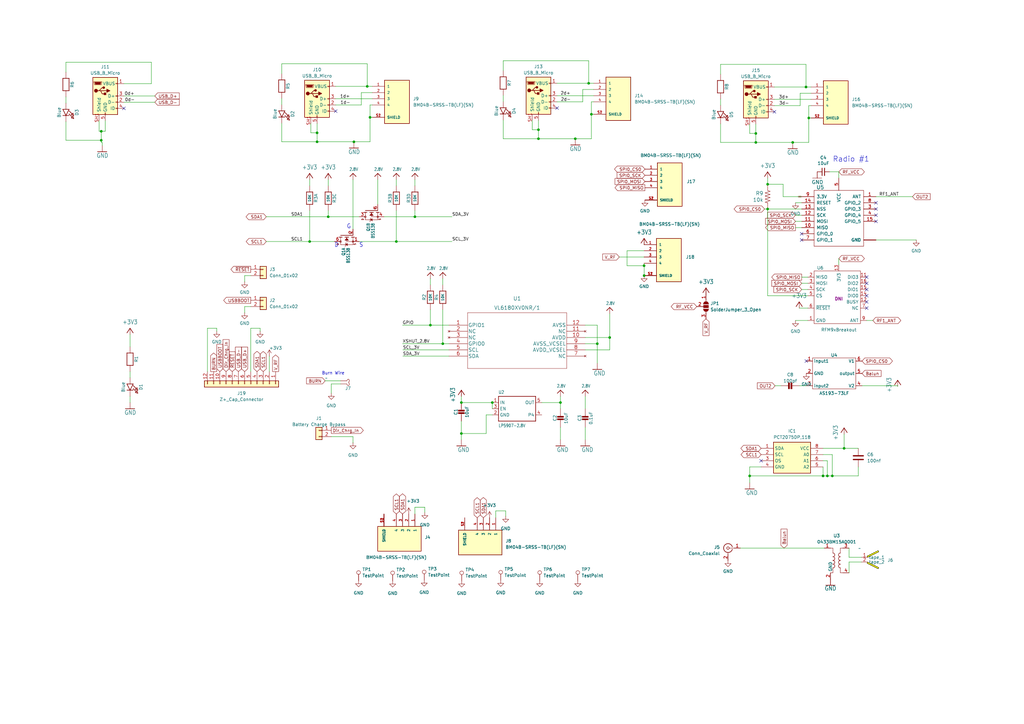
<source format=kicad_sch>
(kicad_sch (version 20231120) (generator "eeschema") (generator_version "8.0")
  (paper "A3")
  (junction (at 325.12 58.42))
  (junction (at 162.56 99.06))
  (junction (at 244.983 140.97))
  (junction (at 337.566 195.199))
  (junction (at 130.048 54.483))
  (junction (at 314.833 85.725))
  (junction (at 241.427 34.163))
  (junction (at 330.581 35.687))
  (junction (at 264.1854 113.03))
  (junction (at 331.724 48.387))
  (junction (at 145.161 58.166))
  (junction (at 220.853 53.213))
  (junction (at 130.048 58.166))
  (junction (at 307.467 195.199))
  (junction (at 229.87 165.1))
  (junction (at 242.57 46.863))
  (junction (at 310.007 54.737))
  (junction (at 189.23 177.8))
  (junction (at 189.23 165.1))
  (junction (at 127 99.06))
  (junction (at 346.202 183.896))
  (junction (at 264.16 108.966))
  (junction (at 314.833 75.565))
  (junction (at 341.376 195.199))
  (junction (at 150.622 35.433))
  (junction (at 170.18 88.9))
  (junction (at 41.529 53.848))
  (junction (at 151.765 48.133))
  (junction (at 41.529 57.531))
  (junction (at 134.62 88.9))
  (junction (at 176.53 133.35))
  (junction (at 339.344 195.199))
  (junction (at 181.61 140.97))
  (junction (at 201.93 165.1))
  (junction (at 220.853 56.896))
  (junction (at 250.063 138.43))
  (junction (at 235.966 56.896))
  (junction (at 310.007 58.42))
  (no_connect (at 317.627 45.847))
  (no_connect (at 359.283 90.805))
  (no_connect (at 359.283 88.265))
  (no_connect (at 355.473 126.365))
  (no_connect (at 355.473 123.825))
  (no_connect (at 355.473 116.205))
  (no_connect (at 355.473 118.745))
  (no_connect (at 328.803 95.885))
  (no_connect (at 359.283 85.725))
  (no_connect (at 355.473 113.665))
  (no_connect (at 355.473 121.285))
  (no_connect (at 328.803 98.425))
  (no_connect (at 312.166 188.976))
  (no_connect (at 359.283 83.185))
  (no_connect (at 50.8 44.45))
  (no_connect (at 330.708 148.082))
  (no_connect (at 228.473 44.323))
  (no_connect (at 137.668 45.593))
  (wire (pts (xy 144.78 179.07) (xy 144.78 181.61)))
  (wire (pts (xy 170.18 76.2) (xy 170.18 73.66)))
  (wire (pts (xy 41.91 59.69) (xy 41.91 58.42)))
  (wire (pts (xy 250.063 138.43) (xy 250.063 128.651)))
  (wire (pts (xy 134.62 76.2) (xy 134.62 73.66)))
  (wire (pts (xy 203.327 212.344) (xy 203.327 209.55)))
  (wire (pts (xy 53.34 162.56) (xy 53.34 165.1)))
  (wire (pts (xy 147.32 99.06) (xy 162.56 99.06)))
  (wire (pts (xy 235.966 56.896) (xy 242.57 56.896)))
  (wire (pts (xy 307.467 195.199) (xy 307.467 197.993)))
  (wire (pts (xy 127 99.06) (xy 109.22 99.06)))
  (wire (pts (xy 243.459 41.783) (xy 242.57 41.783)))
  (wire (pts (xy 27.051 57.531) (xy 41.529 57.531)))
  (wire (pts (xy 295.529 50.8) (xy 295.529 58.42)))
  (wire (pts (xy 151.765 58.166) (xy 151.765 48.133)))
  (wire (pts (xy 139.7 157.48) (xy 135.89 157.48)))
  (wire (pts (xy 303.657 224.79) (xy 338.074 224.79)))
  (wire (pts (xy 130.048 58.166) (xy 145.161 58.166)))
  (wire (pts (xy 240.03 140.97) (xy 244.983 140.97)))
  (wire (pts (xy 88.9 134.62) (xy 88.9 135.89)))
  (wire (pts (xy 162.56 86.36) (xy 162.56 99.06)))
  (wire (pts (xy 310.007 58.42) (xy 325.12 58.42)))
  (wire (pts (xy 352.044 183.896) (xy 346.202 183.896)))
  (wire (pts (xy 176.53 133.35) (xy 184.15 133.35)))
  (wire (pts (xy 353.314 228.6) (xy 348.234 228.6)))
  (wire (pts (xy 162.56 76.2) (xy 162.56 73.66)))
  (wire (pts (xy 41.529 53.848) (xy 41.529 57.531)))
  (wire (pts (xy 314.833 75.565) (xy 314.833 73.025)))
  (wire (pts (xy 344.043 70.485) (xy 344.043 73.025)))
  (wire (pts (xy 148.209 37.973) (xy 152.654 37.973)))
  (wire (pts (xy 330.581 26.416) (xy 330.581 35.687)))
  (wire (pts (xy 134.62 88.9) (xy 109.22 88.9)))
  (wire (pts (xy 43.18 53.848) (xy 41.529 53.848)))
  (wire (pts (xy 240.03 175.26) (xy 240.03 180.34)))
  (wire (pts (xy 147.32 88.9) (xy 134.62 88.9)))
  (wire (pts (xy 307.467 50.927) (xy 307.467 54.737)))
  (wire (pts (xy 254 105.41) (xy 264.16 105.41)))
  (wire (pts (xy 127.508 54.483) (xy 130.048 54.483)))
  (wire (pts (xy 328.168 43.307) (xy 328.168 38.227)))
  (wire (pts (xy 317.627 43.307) (xy 328.168 43.307)))
  (wire (pts (xy 115.57 26.162) (xy 150.622 26.162)))
  (wire (pts (xy 242.57 46.863) (xy 243.459 46.863)))
  (wire (pts (xy 359.283 98.425) (xy 375.793 98.425)))
  (wire (pts (xy 348.234 228.6) (xy 348.234 224.79)))
  (wire (pts (xy 368.173 158.242) (xy 368.173 158.496)))
  (wire (pts (xy 150.622 35.433) (xy 152.654 35.433)))
  (wire (pts (xy 102.87 113.03) (xy 100.33 113.03)))
  (wire (pts (xy 337.566 191.516) (xy 337.566 195.199)))
  (wire (pts (xy 244.983 133.35) (xy 244.983 140.97)))
  (wire (pts (xy 218.313 53.213) (xy 220.853 53.213)))
  (wire (pts (xy 307.467 191.516) (xy 307.467 195.199)))
  (wire (pts (xy 148.209 43.053) (xy 148.209 37.973)))
  (wire (pts (xy 331.343 118.745) (xy 328.803 118.745)))
  (wire (pts (xy 130.048 50.673) (xy 130.048 54.483)))
  (wire (pts (xy 317.627 40.767) (xy 332.613 40.767)))
  (wire (pts (xy 264.1854 108.966) (xy 264.1854 113.03)))
  (wire (pts (xy 137.16 99.06) (xy 127 99.06)))
  (wire (pts (xy 41.529 58.42) (xy 41.529 57.531)))
  (wire (pts (xy 115.57 58.166) (xy 130.048 58.166)))
  (wire (pts (xy 40.64 53.848) (xy 41.529 53.848)))
  (wire (pts (xy 27.051 25.527) (xy 27.051 29.591)))
  (wire (pts (xy 330.581 35.687) (xy 332.613 35.687)))
  (wire (pts (xy 307.467 54.737) (xy 310.007 54.737)))
  (wire (pts (xy 27.051 39.751) (xy 27.051 42.291)))
  (wire (pts (xy 170.18 86.36) (xy 170.18 88.9)))
  (wire (pts (xy 165.227 143.51) (xy 184.15 143.51)))
  (wire (pts (xy 199.39 177.8) (xy 189.23 177.8)))
  (wire (pts (xy 222.25 165.1) (xy 229.87 165.1)))
  (wire (pts (xy 220.853 56.896) (xy 235.966 56.896)))
  (wire (pts (xy 181.61 116.84) (xy 181.61 114.3)))
  (wire (pts (xy 229.87 175.26) (xy 229.87 180.34)))
  (wire (pts (xy 206.375 24.892) (xy 241.427 24.892)))
  (wire (pts (xy 359.283 80.645) (xy 374.269 80.645)))
  (wire (pts (xy 348.234 230.505) (xy 348.234 234.95)))
  (wire (pts (xy 341.376 195.199) (xy 352.044 195.199)))
  (wire (pts (xy 321.183 80.645) (xy 321.183 75.565)))
  (wire (pts (xy 352.044 191.516) (xy 352.044 195.199)))
  (wire (pts (xy 241.427 24.892) (xy 241.427 34.163)))
  (wire (pts (xy 50.8 41.91) (xy 63.5 41.91)))
  (wire (pts (xy 346.202 178.054) (xy 346.202 183.896)))
  (wire (pts (xy 137.668 40.513) (xy 152.654 40.513)))
  (wire (pts (xy 218.313 49.403) (xy 218.313 53.213)))
  (wire (pts (xy 62.103 25.527) (xy 62.103 34.29)))
  (wire (pts (xy 240.03 133.35) (xy 244.983 133.35)))
  (wire (pts (xy 257.175 102.87) (xy 257.175 108.966)))
  (wire (pts (xy 337.566 188.976) (xy 339.344 188.976)))
  (wire (pts (xy 137.668 43.053) (xy 148.209 43.053)))
  (wire (pts (xy 174.244 208.026) (xy 174.244 210.185)))
  (wire (pts (xy 295.529 26.416) (xy 330.581 26.416)))
  (wire (pts (xy 144.78 93.98) (xy 144.78 73.66)))
  (wire (pts (xy 331.724 43.307) (xy 331.724 48.387)))
  (wire (pts (xy 181.61 140.97) (xy 184.15 140.97)))
  (wire (pts (xy 203.327 209.55) (xy 207.391 209.55)))
  (wire (pts (xy 181.61 127) (xy 181.61 140.97)))
  (wire (pts (xy 228.473 41.783) (xy 239.014 41.783)))
  (wire (pts (xy 135.89 179.07) (xy 144.78 179.07)))
  (wire (pts (xy 189.23 177.8) (xy 189.23 172.72)))
  (wire (pts (xy 115.57 26.162) (xy 115.57 30.226)))
  (wire (pts (xy 152.654 43.053) (xy 151.765 43.053)))
  (wire (pts (xy 325.12 58.42) (xy 331.724 58.42)))
  (wire (pts (xy 201.93 165.1) (xy 189.23 165.1)))
  (wire (pts (xy 339.344 195.199) (xy 341.376 195.199)))
  (wire (pts (xy 337.566 186.436) (xy 341.376 186.436)))
  (wire (pts (xy 206.375 56.896) (xy 220.853 56.896)))
  (wire (pts (xy 127 73.66) (xy 127 76.2)))
  (wire (pts (xy 157.48 88.9) (xy 170.18 88.9)))
  (wire (pts (xy 344.043 106.045) (xy 344.043 108.585)))
  (wire (pts (xy 41.91 58.42) (xy 41.529 58.42)))
  (wire (pts (xy 176.53 116.84) (xy 176.53 114.3)))
  (wire (pts (xy 264.16 107.95) (xy 264.16 108.966)))
  (wire (pts (xy 241.427 34.163) (xy 243.459 34.163)))
  (wire (pts (xy 326.263 131.445) (xy 331.343 131.445)))
  (wire (pts (xy 307.467 195.199) (xy 337.566 195.199)))
  (wire (pts (xy 229.87 165.1) (xy 229.87 162.56)))
  (wire (pts (xy 170.18 208.026) (xy 174.244 208.026)))
  (wire (pts (xy 206.375 24.892) (xy 206.375 28.956)))
  (wire (pts (xy 244.983 140.97) (xy 244.983 148.971)))
  (wire (pts (xy 151.765 43.053) (xy 151.765 48.133)))
  (wire (pts (xy 310.007 54.737) (xy 310.007 58.42)))
  (wire (pts (xy 264.16 102.87) (xy 257.175 102.87)))
  (wire (pts (xy 135.89 157.48) (xy 135.89 161.29)))
  (wire (pts (xy 199.39 170.18) (xy 199.39 177.8)))
  (wire (pts (xy 328.803 93.345) (xy 326.263 93.345)))
  (wire (pts (xy 239.014 36.703) (xy 243.459 36.703)))
  (wire (pts (xy 189.23 162.56) (xy 189.23 165.1)))
  (wire (pts (xy 317.627 35.687) (xy 330.581 35.687)))
  (wire (pts (xy 257.175 108.966) (xy 264.16 108.966)))
  (wire (pts (xy 100.33 113.03) (xy 100.33 115.57)))
  (wire (pts (xy 27.051 49.911) (xy 27.051 57.531)))
  (wire (pts (xy 102.87 134.62) (xy 106.68 134.62)))
  (wire (pts (xy 240.03 143.51) (xy 250.063 143.51)))
  (wire (pts (xy 327.914 158.242) (xy 330.708 158.242)))
  (wire (pts (xy 353.314 230.505) (xy 348.234 230.505)))
  (wire (pts (xy 162.56 99.06) (xy 185.42 99.06)))
  (wire (pts (xy 295.529 40.64) (xy 295.529 43.18)))
  (wire (pts (xy 43.18 49.53) (xy 43.18 53.848)))
  (wire (pts (xy 314.833 121.285) (xy 331.343 121.285)))
  (wire (pts (xy 240.03 162.56) (xy 240.03 167.64)))
  (wire (pts (xy 332.613 43.307) (xy 331.724 43.307)))
  (wire (pts (xy 133.35 156.21) (xy 139.7 156.21)))
  (wire (pts (xy 137.668 35.433) (xy 150.622 35.433)))
  (wire (pts (xy 328.803 83.185) (xy 326.263 83.185)))
  (wire (pts (xy 115.57 50.546) (xy 115.57 58.166)))
  (wire (pts (xy 165.1 140.97) (xy 181.61 140.97)))
  (wire (pts (xy 206.375 39.116) (xy 206.375 41.656)))
  (wire (pts (xy 327.787 126.365) (xy 331.343 126.365)))
  (wire (pts (xy 150.622 26.162) (xy 150.622 35.433)))
  (wire (pts (xy 242.57 56.896) (xy 242.57 46.863)))
  (wire (pts (xy 228.473 39.243) (xy 243.459 39.243)))
  (wire (pts (xy 170.18 88.9) (xy 185.42 88.9)))
  (wire (pts (xy 53.34 142.24) (xy 53.34 137.16)))
  (wire (pts (xy 328.803 88.265) (xy 326.263 88.265)))
  (wire (pts (xy 339.344 188.976) (xy 339.344 195.199)))
  (wire (pts (xy 353.568 158.242) (xy 368.173 158.242)))
  (wire (pts (xy 242.57 41.783) (xy 242.57 46.863)))
  (wire (pts (xy 115.57 40.386) (xy 115.57 42.926)))
  (wire (pts (xy 321.183 80.645) (xy 328.803 80.645)))
  (wire (pts (xy 145.161 58.166) (xy 151.765 58.166)))
  (wire (pts (xy 110.49 146.05) (xy 110.49 152.4)))
  (wire (pts (xy 313.563 85.725) (xy 314.833 85.725)))
  (wire (pts (xy 250.063 138.43) (xy 250.063 143.51)))
  (wire (pts (xy 341.376 186.436) (xy 341.376 195.199)))
  (wire (pts (xy 134.62 86.36) (xy 134.62 88.9)))
  (wire (pts (xy 314.833 85.725) (xy 314.833 121.285)))
  (wire (pts (xy 228.473 34.163) (xy 241.427 34.163)))
  (wire (pts (xy 207.391 209.55) (xy 207.391 211.709)))
  (wire (pts (xy 317.881 158.242) (xy 320.294 158.242)))
  (wire (pts (xy 328.168 38.227) (xy 332.613 38.227)))
  (wire (pts (xy 310.007 50.927) (xy 310.007 54.737)))
  (wire (pts (xy 264.16 108.966) (xy 264.1854 108.966)))
  (wire (pts (xy 328.803 90.805) (xy 326.263 90.805)))
  (wire (pts (xy 50.8 34.29) (xy 62.103 34.29)))
  (wire (pts (xy 85.09 134.62) (xy 88.9 134.62)))
  (wire (pts (xy 312.166 191.516) (xy 307.467 191.516)))
  (wire (pts (xy 201.93 167.64) (xy 201.93 165.1)))
  (wire (pts (xy 189.23 177.8) (xy 189.23 180.34)))
  (wire (pts (xy 220.853 53.213) (xy 220.853 56.896)))
  (wire (pts (xy 220.853 49.403) (xy 220.853 53.213)))
  (wire (pts (xy 295.529 58.42) (xy 310.007 58.42)))
  (wire (pts (xy 27.051 25.527) (xy 62.103 25.527)))
  (wire (pts (xy 337.566 195.199) (xy 339.344 195.199)))
  (wire (pts (xy 240.03 138.43) (xy 250.063 138.43)))
  (wire (pts (xy 295.529 26.416) (xy 295.529 30.48)))
  (wire (pts (xy 331.343 116.205) (xy 328.803 116.205)))
  (wire (pts (xy 102.87 152.4) (xy 102.87 134.62)))
  (wire (pts (xy 264.16 113.03) (xy 264.1854 113.03)))
  (wire (pts (xy 344.043 70.485) (xy 340.233 70.485)))
  (wire (pts (xy 102.87 125.73) (xy 100.33 125.73)))
  (wire (pts (xy 50.8 39.37) (xy 63.5 39.37)))
  (wire (pts (xy 321.183 75.565) (xy 314.833 75.565)))
  (wire (pts (xy 85.09 152.4) (xy 85.09 134.62)))
  (wire (pts (xy 239.014 41.783) (xy 239.014 36.703)))
  (wire (pts (xy 264.16 100.33) (xy 264.1854 100.33)))
  (wire (pts (xy 201.93 170.18) (xy 199.39 170.18)))
  (wire (pts (xy 130.048 54.483) (xy 130.048 58.166)))
  (wire (pts (xy 331.724 48.387) (xy 332.613 48.387)))
  (wire (pts (xy 170.18 210.82) (xy 170.18 208.026)))
  (wire (pts (xy 40.64 49.53) (xy 40.64 53.848)))
  (wire (pts (xy 165.227 146.05) (xy 184.15 146.05)))
  (wire (pts (xy 331.724 58.42) (xy 331.724 48.387)))
  (wire (pts (xy 358.013 131.445) (xy 355.473 131.445)))
  (wire (pts (xy 331.343 113.665) (xy 328.803 113.665)))
  (wire (pts (xy 151.765 48.133) (xy 152.654 48.133)))
  (wire (pts (xy 165.1 133.35) (xy 176.53 133.35)))
  (wire (pts (xy 229.87 165.1) (xy 229.87 167.64)))
  (wire (pts (xy 127.508 50.673) (xy 127.508 54.483)))
  (wire (pts (xy 176.53 127) (xy 176.53 133.35)))
  (wire (pts (xy 337.566 183.896) (xy 346.202 183.896)))
  (wire (pts (xy 106.68 134.62) (xy 106.68 135.89)))
  (wire (pts (xy 100.33 125.73) (xy 100.33 128.27)))
  (wire (pts (xy 154.94 83.82) (xy 154.94 73.66)))
  (wire (pts (xy 127 86.36) (xy 127 99.06)))
  (wire (pts (xy 314.833 85.725) (xy 328.803 85.725)))
  (wire (pts (xy 53.34 152.4) (xy 53.34 154.94)))
  (wire (pts (xy 206.375 49.276) (xy 206.375 56.896)))
  (text "S" (at 147.32 101.6 0) (effects (font (size 1.778 1.5113)) (justify left bottom)))
  (text "Radio #1" (at 341.503 66.675 0) (effects (font (size 2.159 2.159)) (justify left bottom)))
  (text "Burn Wire" (at 136.652 153.162 0) (effects (font (size 1.27 1.27))))
  (text "G" (at 142.24 93.98 0) (effects (font (size 1.778 1.5113)) (justify left bottom)))
  (text "D" (at 137.16 101.6 0) (effects (font (size 1.778 1.5113)) (justify left bottom)))
  (label "3d-" (at 319.532 43.307 0))
  (label "2d+" (at 229.87 39.243 0))
  (label "0d-" (at 51.181 41.91 0))
  (label "GPIO" (at 165.1 133.35 0) (effects (font (size 1.2446 1.2446))))
  (label "1d-" (at 139.573 43.053 0))
  (label "1d+" (at 139.446 40.513 0))
  (label "SDA1" (at 119.38 88.9 0) (effects (font (size 1.2446 1.2446))))
  (label "2d-" (at 229.997 41.783 0))
  (label "3d+" (at 319.405 40.767 0))
  (label "SCL_3V" (at 165.227 143.51 0) (effects (font (size 1.2446 1.2446))))
  (label "SDA_3V" (at 165.227 146.05 0) (effects (font (size 1.2446 1.2446))))
  (label "RF1_ANT" (at 360.553 80.645 0))
  (label "SCL1" (at 119.38 99.06 0) (effects (font (size 1.2446 1.2446))))
  (label "0d+" (at 51.054 39.37 0))
  (label "SCL_3V" (at 185.42 99.06 0) (effects (font (size 1.2446 1.2446))))
  (label "SDA_3V" (at 185.42 88.9 0) (effects (font (size 1.2446 1.2446))))
  (label "XSHUT_2.8V" (at 165.1 140.97 0) (effects (font (size 1.2446 1.2446))))
  (global_label "RF_VCC" (shape bidirectional) (at 344.043 70.485 0) (property "Intersheetrefs" "${INTERSHEET_REFS}" (effects (hide yes))))
  (global_label "USB_D+" (shape input) (at 63.5 39.37 0) (property "Intersheetrefs" "${INTERSHEET_REFS}" (effects (hide yes))))
  (global_label "RF_VCC" (shape bidirectional) (at 344.043 106.045 0) (property "Intersheetrefs" "${INTERSHEET_REFS}" (effects (hide yes))))
  (global_label "V_RF" (shape output) (at 113.03 152.4 90) (property "Intersheetrefs" "${INTERSHEET_REFS}" (effects (hide yes))))
  (global_label "BURN" (shape output) (at 87.63 152.4 90) (property "Intersheetrefs" "${INTERSHEET_REFS}" (effects (hide yes))))
  (global_label "SPI0_MOSI" (shape input) (at 328.803 116.205 180) (property "Intersheetrefs" "${INTERSHEET_REFS}" (effects (hide yes))))
  (global_label "SPI0_SCK" (shape input) (at 264.5156 71.9074 180) (property "Intersheetrefs" "${INTERSHEET_REFS}" (effects (hide yes))))
  (global_label "SDA1" (shape bidirectional) (at 312.166 183.896 180) (property "Intersheetrefs" "${INTERSHEET_REFS}" (effects (hide yes))))
  (global_label "Dir_Chrg_In" (shape output) (at 135.89 176.53 0) (property "Intersheetrefs" "${INTERSHEET_REFS}" (effects (hide yes))))
  (global_label "SDA1" (shape bidirectional) (at 198.247 212.344 90) (property "Intersheetrefs" "${INTERSHEET_REFS}" (effects (hide yes))))
  (global_label "OUT2" (shape input) (at 317.881 158.242 180) (property "Intersheetrefs" "${INTERSHEET_REFS}" (effects (hide yes))))
  (global_label "SDA1" (shape bidirectional) (at 105.41 152.4 90) (property "Intersheetrefs" "${INTERSHEET_REFS}" (effects (hide yes))))
  (global_label "SPI0_CS0" (shape bidirectional) (at 264.5156 69.3674 180) (property "Intersheetrefs" "${INTERSHEET_REFS}" (effects (hide yes))))
  (global_label "SPI0_MOSI" (shape input) (at 326.263 90.805 180) (property "Intersheetrefs" "${INTERSHEET_REFS}" (effects (hide yes))))
  (global_label "3.3V" (shape bidirectional) (at 328.803 80.645 180) (effects (font (size 0.254 0.254))) (property "Intersheetrefs" "${INTERSHEET_REFS}" (effects (hide yes))))
  (global_label "SCL1" (shape bidirectional) (at 312.166 186.436 180) (property "Intersheetrefs" "${INTERSHEET_REFS}" (effects (hide yes))))
  (global_label "SDA1" (shape bidirectional) (at 109.22 88.9 180) (property "Intersheetrefs" "${INTERSHEET_REFS}" (effects (hide yes))))
  (global_label "USB_D-" (shape input) (at 97.79 152.4 90) (property "Intersheetrefs" "${INTERSHEET_REFS}" (effects (hide yes))))
  (global_label "SPI0_MOSI" (shape input) (at 264.5156 74.4474 180) (property "Intersheetrefs" "${INTERSHEET_REFS}" (effects (hide yes))))
  (global_label "~{RESET}" (shape input) (at 95.25 152.4 90) (property "Intersheetrefs" "${INTERSHEET_REFS}" (effects (hide yes))))
  (global_label "USB_D+" (shape input) (at 100.33 152.4 90) (property "Intersheetrefs" "${INTERSHEET_REFS}" (effects (hide yes))))
  (global_label "SCL1" (shape bidirectional) (at 162.56 210.82 90) (property "Intersheetrefs" "${INTERSHEET_REFS}" (effects (hide yes))))
  (global_label "SCL1" (shape bidirectional) (at 107.95 152.4 90) (property "Intersheetrefs" "${INTERSHEET_REFS}" (effects (hide yes))))
  (global_label "RF1_ANT" (shape bidirectional) (at 358.013 131.445 0) (property "Intersheetrefs" "${INTERSHEET_REFS}" (effects (hide yes))))
  (global_label "USBBOOT" (shape input) (at 90.17 152.4 90) (property "Intersheetrefs" "${INTERSHEET_REFS}" (effects (hide yes))))
  (global_label "Balun" (shape input) (at 353.568 153.162 0) (property "Intersheetrefs" "${INTERSHEET_REFS}" (effects (hide yes))))
  (global_label "Dir_Chrg_In" (shape input) (at 92.71 152.4 90) (property "Intersheetrefs" "${INTERSHEET_REFS}" (effects (hide yes))))
  (global_label "V_RF" (shape input) (at 289.56 130.81 270) (property "Intersheetrefs" "${INTERSHEET_REFS}" (effects (hide yes))))
  (global_label "Balun" (shape input) (at 321.564 224.79 90) (property "Intersheetrefs" "${INTERSHEET_REFS}" (effects (hide yes))))
  (global_label "SCL1" (shape bidirectional) (at 109.22 99.06 180) (property "Intersheetrefs" "${INTERSHEET_REFS}" (effects (hide yes))))
  (global_label "SPI0_SCK" (shape input) (at 328.803 118.745 180) (property "Intersheetrefs" "${INTERSHEET_REFS}" (effects (hide yes))))
  (global_label "SPI0_CS0" (shape bidirectional) (at 313.563 85.725 180) (property "Intersheetrefs" "${INTERSHEET_REFS}" (effects (hide yes))))
  (global_label "OUT2" (shape input) (at 374.269 80.645 0) (property "Intersheetrefs" "${INTERSHEET_REFS}" (effects (hide yes))))
  (global_label "USB_D-" (shape input) (at 63.5 41.91 0) (property "Intersheetrefs" "${INTERSHEET_REFS}" (effects (hide yes))))
  (global_label "~{RESET}" (shape output) (at 102.87 110.49 180) (property "Intersheetrefs" "${INTERSHEET_REFS}" (effects (hide yes))))
  (global_label "SCL1" (shape bidirectional) (at 195.707 212.344 90) (property "Intersheetrefs" "${INTERSHEET_REFS}" (effects (hide yes))))
  (global_label "SPI0_MISO" (shape output) (at 328.803 113.665 180) (property "Intersheetrefs" "${INTERSHEET_REFS}" (effects (hide yes))))
  (global_label "SPI0_MISO" (shape output) (at 326.263 93.345 180) (property "Intersheetrefs" "${INTERSHEET_REFS}" (effects (hide yes))))
  (global_label "RF_VCC" (shape bidirectional) (at 285.75 125.73 180) (property "Intersheetrefs" "${INTERSHEET_REFS}" (effects (hide yes))))
  (global_label "V_RF" (shape input) (at 254 105.41 180) (property "Intersheetrefs" "${INTERSHEET_REFS}" (effects (hide yes))))
  (global_label "SDA1" (shape bidirectional) (at 165.1 210.82 90) (property "Intersheetrefs" "${INTERSHEET_REFS}" (effects (hide yes))))
  (global_label "SPI0_SCK" (shape input) (at 326.263 88.265 180) (property "Intersheetrefs" "${INTERSHEET_REFS}" (effects (hide yes))))
  (global_label "BURN" (shape input) (at 133.35 156.21 180) (property "Intersheetrefs" "${INTERSHEET_REFS}" (effects (hide yes))))
  (global_label "USBBOOT" (shape output) (at 102.87 123.19 180) (property "Intersheetrefs" "${INTERSHEET_REFS}" (effects (hide yes))))
  (global_label "SPI0_CS0" (shape bidirectional) (at 353.568 148.082 0) (property "Intersheetrefs" "${INTERSHEET_REFS}" (effects (hide yes))))
  (global_label "SPI0_MISO" (shape output) (at 264.5156 76.9874 180) (property "Intersheetrefs" "${INTERSHEET_REFS}" (effects (hide yes))))
  (symbol (lib_id "mainboard:RFM9xBreakout") (at 344.043 122.555 0) (unit 1)
    (property "Reference" "U6" (at 336.423 109.855 0))
    (property "Value" "RFM9xBreakout" (at 344.043 135.255 0))
    (property "Footprint" "Antenna_board:HOPERF_RFM95W_SMD" (effects (hide yes)))
    (property "DNI" "DNI" (at 344.043 122.555 0) (effects (font (bold yes))))
  )
  (symbol (lib_id "Connector:USB_B_Micro") (at 43.18 39.37 0) (unit 1)
    (property "Reference" "J11" (at 43.18 27.432 0))
    (property "Value" "USB_B_Micro" (at 43.18 29.972 0))
    (property "Footprint" "Antenna_board:MOLEX_105164-0001(round)" (effects (hide yes)))
  )
  (symbol (lib_id "mainboard:10KOHM-1_10W-1%(0603)0603") (at 314.833 80.645 270) (unit 1)
    (property "Reference" "R9" (at 313.1058 79.2988 90) (effects (font (size 1.4986 1.4986)) (justify right)))
    (property "Value" "10k" (at 313.1058 81.9658 90) (effects (font (size 1.4986 1.4986)) (justify right)))
    (property "Footprint" "Resistor_SMD:R_0603_1608Metric" (effects (hide yes)))
    (property "Description" "10k 0603" (effects (hide yes)))
  )
  (symbol (lib_id "BM04B-SRSS-TB_LF__SN_:BM04B-SRSS-TB(LF)(SN)") (at 162.56 220.98 270) (unit 1)
    (property "Reference" "J4" (at 174.1932 220.345 90) (effects (justify left)))
    (property "Value" "BM04B-SRSS-TB(LF)(SN)" (at 150.114 228.6 90) (effects (justify left)))
    (property "Footprint" "Antenna_board:JST_BM04B-SRSS-TB(LF)(SN)" (effects (hide yes)))
    (property "PARTREV" "N/A" (effects (hide yes)))
    (property "SNAPEDA_PN" "BM04B-SRSS-TB(LF)(SN)" (effects (hide yes)))
    (property "STANDARD" "Manufacturer Recommendations" (effects (hide yes)))
    (property "MAXIMUM_PACKAGE_HEIGHT" "6.3 mm" (effects (hide yes)))
    (property "MANUFACTURER" "JST Sales America Inc." (effects (hide yes)))
  )
  (symbol (lib_id "Connector_Generic:Conn_01x02") (at 107.95 110.49 0) (unit 1)
    (property "Reference" "J3" (at 110.49 110.4899 0) (effects (justify left)))
    (property "Value" "Conn_01x02" (at 110.49 113.0299 0) (effects (justify left)))
    (property "Footprint" "Connector_PinHeader_2.54mm:PinHeader_1x02_P2.54mm_Vertical" (effects (hide yes)))
    (property "Description" "Generic connector, single row, 01x02, script generated (kicad-library-utils/schlib/autogen/connector/)" (effects (hide yes)))
  )
  (symbol (lib_id "Adafruit VL6180 Time of Flight Sensor-eagle-import:MOSFET-N_DUAL") (at 142.24 96.52 90) (mirror x) (unit 1)
    (property "Reference" "Q1" (at 141.605 101.6 0) (effects (font (size 1.27 1.0795)) (justify left bottom)))
    (property "Value" "BSS138" (at 143.51 101.6 0) (effects (font (size 1.27 1.0795)) (justify left bottom)))
    (property "Footprint" "Package_TO_SOT_SMD:SOT-363_SC-70-6" (effects (hide yes)))
  )
  (symbol (lib_id "Adafruit ItsyBitsy RP2040-eagle-import:RESISTOR_0402NO") (at 295.529 35.56 270) (unit 1)
    (property "Reference" "R8" (at 298.069 35.56 0))
    (property "Value" "1K" (effects (hide yes)))
    (property "Footprint" "Resistor_SMD:R_0402_1005Metric" (effects (hide yes)))
  )
  (symbol (lib_id "Adafruit ItsyBitsy RP2040-eagle-import:RESISTOR_0402NO") (at 27.051 34.671 270) (unit 1)
    (property "Reference" "R6" (at 29.591 34.671 0))
    (property "Value" "1K" (effects (hide yes)))
    (property "Footprint" "Resistor_SMD:R_0402_1005Metric" (effects (hide yes)))
  )
  (symbol (lib_name "GND_1") (lib_id "power:GND") (at 106.68 135.89 0) (unit 1)
    (property "Reference" "#PWR019" (effects (hide yes)))
    (property "Value" "GND" (at 106.68 140.208 0))
    (property "Description" "Power symbol creates a global label with name \"GND\" , ground" (effects (hide yes)))
  )
  (symbol (lib_id "Adafruit VL6180 Time of Flight Sensor-eagle-import:2.8V") (at 250.063 126.111 0) (unit 1)
    (property "Reference" "#U$09" (effects (hide yes)))
    (property "Value" "2.8V" (at 248.539 125.095 0) (effects (font (size 1.27 1.0795)) (justify left bottom)))
    (property "Footprint" "Adafruit VL6180 Time of Flight Sensor:" (effects (hide yes)))
  )
  (symbol (lib_name "GND_1") (lib_id "power:GND") (at 100.33 128.27 0) (unit 1)
    (property "Reference" "#PWR024" (effects (hide yes)))
    (property "Value" "GND" (at 100.33 132.588 0))
    (property "Description" "Power symbol creates a global label with name \"GND\" , ground" (effects (hide yes)))
  )
  (symbol (lib_id "Antenna:Tape_Measure_Antenna") (at 352.552 224.917 0) (unit 1)
    (property "Reference" "J6" (at 363.982 229.743 0) (effects (justify left)))
    (property "Value" "~" (at 352.552 224.917 0))
    (property "Footprint" "Antenna_board:Tape_Measure_Antenna" (effects (hide yes)))
  )
  (symbol (lib_id "Adafruit ItsyBitsy RP2040-eagle-import:GND") (at 41.91 62.23 0) (mirror y) (unit 1)
    (property "Reference" "#GND03" (effects (hide yes)))
    (property "Value" "GND" (at 44.45 64.77 0) (effects (font (size 1.778 1.5113)) (justify left bottom)))
    (property "Footprint" "Adafruit ItsyBitsy RP2040:" (effects (hide yes)))
  )
  (symbol (lib_id "power:+3V3") (at 200.787 212.344 0) (unit 1)
    (property "Reference" "#PWR011" (effects (hide yes)))
    (property "Value" "+3V3" (at 200.787 207.264 0))
  )
  (symbol (lib_id "Adafruit VL6180 Time of Flight Sensor-eagle-import:2.8V") (at 240.03 160.02 0) (unit 1)
    (property "Reference" "#U$012" (effects (hide yes)))
    (property "Value" "2.8V" (at 238.506 159.004 0) (effects (font (size 1.27 1.0795)) (justify left bottom)))
    (property "Footprint" "Adafruit VL6180 Time of Flight Sensor:" (effects (hide yes)))
  )
  (symbol (lib_id "power:GND") (at 330.708 153.162 0) (unit 1)
    (property "Reference" "#PWR017" (effects (hide yes)))
    (property "Value" "GND" (at 330.708 157.6054 0))
  )
  (symbol (lib_id "VL6180X0NR:VL6180XV0NR/1") (at 184.15 133.35 0) (unit 1)
    (property "Reference" "U1" (at 212.09 122.428 0) (effects (font (size 1.524 1.524))))
    (property "Value" "VL6180XV0NR/1" (at 212.09 126.238 0) (effects (font (size 1.524 1.524))))
    (property "Footprint" "Adafruit VL6180 Time of Flight Sensor:VL6180" (effects (hide yes)))
  )
  (symbol (lib_id "power:GND") (at 147.066 238.125 0) (unit 1)
    (property "Reference" "#PWR04" (effects (hide yes)))
    (property "Value" "GND" (at 147.066 243.205 0))
  )
  (symbol (lib_id "Adafruit ItsyBitsy RP2040-eagle-import:+3V3") (at 134.62 71.12 0) (unit 1)
    (property "Reference" "#+3V03" (effects (hide yes)))
    (property "Value" "+3V3" (at 134.62 68.58 0) (effects (font (size 1.778 1.5113))))
    (property "Footprint" "Adafruit ItsyBitsy RP2040:" (effects (hide yes)))
  )
  (symbol (lib_id "Adafruit VL6180 Time of Flight Sensor-eagle-import:GND") (at 240.03 182.88 0) (unit 1)
    (property "Reference" "#U$013" (effects (hide yes)))
    (property "Value" "GND" (at 238.506 185.42 0) (effects (font (size 1.778 1.5113)) (justify left bottom)))
    (property "Footprint" "Adafruit VL6180 Time of Flight Sensor:" (effects (hide yes)))
  )
  (symbol (lib_id "Adafruit ItsyBitsy RP2040-eagle-import:+3V3") (at 368.173 155.956 0) (unit 1)
    (property "Reference" "#+3V08" (effects (hide yes)))
    (property "Value" "+3V3" (at 365.633 161.036 90) (effects (font (size 1.778 1.5113)) (justify left bottom)))
    (property "Footprint" "Adafruit ItsyBitsy RP2040:" (effects (hide yes)))
  )
  (symbol (lib_id "Adafruit VL6180 Time of Flight Sensor-eagle-import:RESISTOR_4PACK") (at 162.56 81.28 90) (mirror x) (unit 2)
    (property "Reference" "R3" (at 160.02 81.28 0))
    (property "Value" "10K" (at 162.56 81.28 0) (effects (font (size 1.016 1.016) (bold yes))))
    (property "Footprint" "Resistor_SMD:R_Array_Convex_4x0603" (effects (hide yes)))
  )
  (symbol (lib_id "BM04B-SRSS-TB_LF__SN_:BM04B-SRSS-TB(LF)(SN)") (at 274.6756 76.9874 0) (unit 1)
    (property "Reference" "J17" (at 281.6606 74.4474 0) (effects (justify left)))
    (property "Value" "BM04B-SRSS-TB(LF)(SN)" (at 262.636 63.754 0) (effects (justify left)))
    (property "Footprint" "Antenna_board:JST_BM04B-SRSS-TB(LF)(SN)" (effects (hide yes)))
    (property "PARTREV" "N/A" (effects (hide yes)))
    (property "SNAPEDA_PN" "BM04B-SRSS-TB(LF)(SN)" (effects (hide yes)))
    (property "STANDARD" "Manufacturer Recommendations" (effects (hide yes)))
    (property "MAXIMUM_PACKAGE_HEIGHT" "6.3 mm" (effects (hide yes)))
    (property "MANUFACTURER" "JST Sales America Inc." (effects (hide yes)))
  )
  (symbol (lib_id "BM04B-SRSS-TB_LF__SN_:BM04B-SRSS-TB(LF)(SN)") (at 253.619 41.783 0) (unit 1)
    (property "Reference" "J14" (at 260.223 39.243 0) (effects (justify left)))
    (property "Value" "BM04B-SRSS-TB(LF)(SN)" (at 260.223 41.783 0) (effects (justify left)))
    (property "Footprint" "Antenna_board:JST_BM04B-SRSS-TB(LF)(SN)" (effects (hide yes)))
    (property "PARTREV" "N/A" (effects (hide yes)))
    (property "SNAPEDA_PN" "BM04B-SRSS-TB(LF)(SN)" (effects (hide yes)))
    (property "STANDARD" "Manufacturer Recommendations" (effects (hide yes)))
    (property "MAXIMUM_PACKAGE_HEIGHT" "6.3 mm" (effects (hide yes)))
    (property "MANUFACTURER" "JST Sales America Inc." (effects (hide yes)))
  )
  (symbol (lib_id "Adafruit ItsyBitsy RP2040-eagle-import:+3V3") (at 53.34 134.62 0) (unit 1)
    (property "Reference" "#+3V01" (effects (hide yes)))
    (property "Value" "+3V3" (at 53.34 132.08 0) (effects (font (size 1.778 1.5113))))
    (property "Footprint" "Adafruit ItsyBitsy RP2040:" (effects (hide yes)))
  )
  (symbol (lib_id "Adafruit VL6180 Time of Flight Sensor-eagle-import:2.8V") (at 170.18 71.12 0) (unit 1)
    (property "Reference" "#U$07" (effects (hide yes)))
    (property "Value" "2.8V" (at 168.656 70.104 0) (effects (font (size 1.27 1.0795)) (justify left bottom)))
    (property "Footprint" "Adafruit VL6180 Time of Flight Sensor:" (effects (hide yes)))
  )
  (symbol (lib_id "Adafruit VL6180 Time of Flight Sensor-eagle-import:GND") (at 244.983 151.511 0) (unit 1)
    (property "Reference" "#U$08" (effects (hide yes)))
    (property "Value" "GND" (at 243.459 154.051 0) (effects (font (size 1.778 1.5113)) (justify left bottom)))
    (property "Footprint" "Adafruit VL6180 Time of Flight Sensor:" (effects (hide yes)))
  )
  (symbol (lib_id "Adafruit VL6180 Time of Flight Sensor-eagle-import:VREG_SOT23-5") (at 212.09 167.64 0) (unit 1)
    (property "Reference" "U2" (at 204.47 161.544 0) (effects (font (size 1.27 1.0795)) (justify left bottom)))
    (property "Value" "LP5907-2.8V" (at 204.47 175.26 0) (effects (font (size 1.27 1.0795)) (justify left bottom)))
    (property "Footprint" "Package_TO_SOT_SMD:SOT-23-5" (effects (hide yes)))
  )
  (symbol (lib_id "Connector:TestPoint") (at 189.357 238.252 0) (unit 1)
    (property "Reference" "TP4" (at 190.881 233.68 0) (effects (justify left)))
    (property "Value" "TestPoint" (at 190.881 236.22 0) (effects (justify left)))
    (property "Footprint" "MountingHole:MountingHole_2.7mm_M2.5_Pad" (effects (hide yes)))
  )
  (symbol (lib_name "+3V3_1") (lib_id "power:+3V3") (at 110.49 146.05 0) (unit 1)
    (property "Reference" "#PWR014" (effects (hide yes)))
    (property "Value" "+3V3" (at 113.03 142.748 0))
    (property "Description" "Power symbol creates a global label with name \"+3V3\"" (effects (hide yes)))
  )
  (symbol (lib_id "Adafruit VL6180 Time of Flight Sensor-eagle-import:CAP_CERAMIC0603_NO") (at 240.03 172.72 0) (unit 1)
    (property "Reference" "C3" (at 237.74 171.47 90))
    (property "Value" "0.1uF" (at 242.33 171.47 90))
    (property "Footprint" "Capacitor_SMD:C_0603_1608Metric" (effects (hide yes)))
  )
  (symbol (lib_id "BM04B-SRSS-TB_LF__SN_:BM04B-SRSS-TB(LF)(SN)") (at 342.773 43.307 0) (unit 1)
    (property "Reference" "J16" (at 349.377 40.767 0) (effects (justify left)))
    (property "Value" "BM04B-SRSS-TB(LF)(SN)" (at 349.377 43.307 0) (effects (justify left)))
    (property "Footprint" "Antenna_board:JST_BM04B-SRSS-TB(LF)(SN)" (effects (hide yes)))
    (property "PARTREV" "N/A" (effects (hide yes)))
    (property "SNAPEDA_PN" "BM04B-SRSS-TB(LF)(SN)" (effects (hide yes)))
    (property "STANDARD" "Manufacturer Recommendations" (effects (hide yes)))
    (property "MAXIMUM_PACKAGE_HEIGHT" "6.3 mm" (effects (hide yes)))
    (property "MANUFACTURER" "JST Sales America Inc." (effects (hide yes)))
  )
  (symbol (lib_name "GND_2") (lib_id "power:GND") (at 144.78 181.61 0) (unit 1)
    (property "Reference" "#PWR022" (effects (hide yes)))
    (property "Value" "GND" (at 144.78 186.69 0))
    (property "Description" "Power symbol creates a global label with name \"GND\" , ground" (effects (hide yes)))
  )
  (symbol (lib_id "mainboard:GND") (at 335.153 73.025 0) (mirror y) (unit 1)
    (property "Reference" "#U01" (effects (hide yes)))
    (property "Value" "GND" (at 337.693 75.565 0) (effects (font (size 1.4986 1.4986)) (justify left bottom)))
  )
  (symbol (lib_id "power:GND") (at 221.361 238.125 0) (unit 1)
    (property "Reference" "#PWR09" (effects (hide yes)))
    (property "Value" "GND" (at 221.361 243.205 0))
  )
  (symbol (lib_name "GND_1") (lib_id "power:GND") (at 100.33 115.57 0) (unit 1)
    (property "Reference" "#PWR025" (effects (hide yes)))
    (property "Value" "GND" (at 100.33 119.888 0))
    (property "Description" "Power symbol creates a global label with name \"GND\" , ground" (effects (hide yes)))
  )
  (symbol (lib_id "Adafruit VL6180 Time of Flight Sensor-eagle-import:RESISTOR_4PACK") (at 127 81.28 270) (unit 1)
    (property "Reference" "R3" (at 129.54 81.28 0))
    (property "Value" "10K" (at 127 81.28 0) (effects (font (size 1.016 1.016) (bold yes))))
    (property "Footprint" "Resistor_SMD:R_Array_Convex_4x0603" (effects (hide yes)))
  )
  (symbol (lib_id "Adafruit VL6180 Time of Flight Sensor-eagle-import:MOSFET-N_DUAL") (at 152.4 86.36 90) (mirror x) (unit 2)
    (property "Reference" "Q1" (at 151.765 91.44 0) (effects (font (size 1.27 1.0795)) (justify left bottom)))
    (property "Value" "BSS138" (at 153.67 91.44 0) (effects (font (size 1.27 1.0795)) (justify left bottom)))
    (property "Footprint" "Package_TO_SOT_SMD:SOT-363_SC-70-6" (effects (hide yes)))
  )
  (symbol (lib_id "Adafruit VL6180 Time of Flight Sensor-eagle-import:CAP_CERAMIC0805-NOOUTLINE") (at 229.87 172.72 0) (unit 1)
    (property "Reference" "C2" (at 227.58 171.47 90))
    (property "Value" "10uF" (at 232.17 171.47 90))
    (property "Footprint" "Capacitor_SMD:C_0805_2012Metric" (effects (hide yes)))
  )
  (symbol (lib_id "power:GND") (at 205.359 237.998 0) (unit 1)
    (property "Reference" "#PWR08" (effects (hide yes)))
    (property "Value" "GND" (at 205.359 243.078 0))
  )
  (symbol (lib_id "Adafruit ItsyBitsy RP2040-eagle-import:+3V3") (at 189.23 160.02 0) (unit 1)
    (property "Reference" "#+3V04" (effects (hide yes)))
    (property "Value" "+3V3" (at 186.69 165.1 90) (effects (font (size 1.778 1.5113)) (justify left bottom)))
    (property "Footprint" "Adafruit ItsyBitsy RP2040:" (effects (hide yes)))
  )
  (symbol (lib_id "Adafruit ItsyBitsy RP2040-eagle-import:RESISTOR_0402NO") (at 53.34 147.32 270) (unit 1)
    (property "Reference" "R1" (at 55.88 147.32 0))
    (property "Value" "1K" (effects (hide yes)))
    (property "Footprint" "Resistor_SMD:R_0402_1005Metric" (effects (hide yes)))
  )
  (symbol (lib_id "Device:C") (at 352.044 187.706 0) (unit 1)
    (property "Reference" "C6" (at 355.6 186.436 0) (effects (justify left)))
    (property "Value" "100nf" (at 355.6 188.976 0) (effects (justify left)))
    (property "Footprint" "Capacitor_SMD:C_0603_1608Metric" (effects (hide yes)))
  )
  (symbol (lib_id "Adafruit VL6180 Time of Flight Sensor-eagle-import:RESISTOR_4PACK") (at 170.18 81.28 90) (mirror x) (unit 4)
    (property "Reference" "R3" (at 167.64 81.28 0))
    (property "Value" "10K" (at 170.18 81.28 0) (effects (font (size 1.016 1.016) (bold yes))))
    (property "Footprint" "Resistor_SMD:R_Array_Convex_4x0603" (effects (hide yes)))
  )
  (symbol (lib_id "Adafruit VL6180 Time of Flight Sensor-eagle-import:GND") (at 189.23 182.88 0) (unit 1)
    (property "Reference" "#U$05" (effects (hide yes)))
    (property "Value" "GND" (at 187.706 185.42 0) (effects (font (size 1.778 1.5113)) (justify left bottom)))
    (property "Footprint" "Adafruit VL6180 Time of Flight Sensor:" (effects (hide yes)))
  )
  (symbol (lib_id "Connector:USB_B_Micro") (at 220.853 39.243 0) (unit 1)
    (property "Reference" "J13" (at 220.853 27.305 0))
    (property "Value" "USB_B_Micro" (at 220.853 29.845 0))
    (property "Footprint" "Antenna_board:MOLEX_105164-0001(round)" (effects (hide yes)))
  )
  (symbol (lib_id "BM04B-SRSS-TB_LF__SN_:BM04B-SRSS-TB(LF)(SN)") (at 195.707 222.504 270) (unit 1)
    (property "Reference" "J8" (at 207.3402 221.869 90) (effects (justify left)))
    (property "Value" "BM04B-SRSS-TB(LF)(SN)" (at 207.3402 224.409 90) (effects (justify left)))
    (property "Footprint" "Antenna_board:JST_BM04B-SRSS-TB(LF)(SN)" (effects (hide yes)))
    (property "PARTREV" "N/A" (effects (hide yes)))
    (property "SNAPEDA_PN" "BM04B-SRSS-TB(LF)(SN)" (effects (hide yes)))
    (property "STANDARD" "Manufacturer Recommendations" (effects (hide yes)))
    (property "MAXIMUM_PACKAGE_HEIGHT" "6.3 mm" (effects (hide yes)))
    (property "MANUFACTURER" "JST Sales America Inc." (effects (hide yes)))
  )
  (symbol (lib_id "Transformer:0433BM15A0001") (at 343.154 229.87 0) (unit 1)
    (property "Reference" "U3" (at 343.154 219.71 0))
    (property "Value" "0433BM15A0001" (at 343.154 222.25 0))
    (property "Footprint" "RF_Converter:Balun_Johanson_0896BM15A0001" (effects (hide yes)))
    (property "Datasheet" "https://www.johansontechnology.com/datasheets/0433BM15A0001/0433BM15A0001.pdf" (effects (hide yes)))
  )
  (symbol (lib_id "Adafruit ItsyBitsy RP2040-eagle-import:+3V3") (at 289.56 118.11 0) (unit 1)
    (property "Reference" "#+3V010" (effects (hide yes)))
    (property "Value" "+3V3" (at 289.56 115.57 0) (effects (font (size 1.778 1.5113))))
    (property "Footprint" "Adafruit ItsyBitsy RP2040:" (effects (hide yes)))
  )
  (symbol (lib_id "Connector:TestPoint") (at 205.359 237.998 0) (unit 1)
    (property "Reference" "TP5" (at 206.883 233.426 0) (effects (justify left)))
    (property "Value" "TestPoint" (at 206.883 235.966 0) (effects (justify left)))
    (property "Footprint" "MountingHole:MountingHole_2.7mm_M2.5_Pad" (effects (hide yes)))
  )
  (symbol (lib_id "Adafruit ItsyBitsy RP2040-eagle-import:CAP_CERAMIC_0402NO") (at 325.374 158.242 90) (unit 1)
    (property "Reference" "C8" (at 324.104 153.67 90))
    (property "Value" "100pf" (at 324.104 156.21 90))
    (property "Footprint" "Capacitor_SMD:C_0603_1608Metric" (effects (hide yes)))
  )
  (symbol (lib_id "Adafruit ItsyBitsy RP2040-eagle-import:LED0603_NOOUTLINE") (at 295.529 48.26 270) (unit 1)
    (property "Reference" "D5" (at 299.974 46.99 0))
    (property "Value" "Blue" (at 292.735 46.99 0))
    (property "Footprint" "LED_SMD:LED_0603_1608Metric" (effects (hide yes)))
  )
  (symbol (lib_id "Adafruit VL6180 Time of Flight Sensor-eagle-import:RESISTOR_0603_NOOUT") (at 181.61 121.92 90) (unit 1)
    (property "Reference" "R4" (at 179.07 121.92 0))
    (property "Value" "10K" (at 181.61 121.92 0) (effects (font (size 1.016 1.016) (bold yes))))
    (property "Footprint" "Resistor_SMD:R_0603_1608Metric" (effects (hide yes)))
  )
  (symbol (lib_id "Adafruit VL6180 Time of Flight Sensor-eagle-import:2.8V") (at 162.56 71.12 0) (unit 1)
    (property "Reference" "#U$06" (effects (hide yes)))
    (property "Value" "2.8V" (at 161.036 70.104 0) (effects (font (size 1.27 1.0795)) (justify left bottom)))
    (property "Footprint" "Adafruit VL6180 Time of Flight Sensor:" (effects (hide yes)))
  )
  (symbol (lib_id "power:GND") (at 236.982 238.125 0) (unit 1)
    (property "Reference" "#PWR010" (effects (hide yes)))
    (property "Value" "GND" (at 236.982 243.205 0))
  )
  (symbol (lib_id "Antenna:PCT2075DP,118") (at 312.166 183.896 0) (unit 1)
    (property "Reference" "IC1" (at 324.866 176.784 0))
    (property "Value" "PCT2075DP,118" (at 324.866 179.324 0))
    (property "Footprint" "Package_SO:TSSOP-8_3x3mm_P0.65mm" (effects (hide yes)))
    (property "Datasheet" "http://www.nxp.com/docs/en/data-sheet/PCT2075.pdf" (effects (hide yes)))
    (property "Height" "1.1" (effects (hide yes)))
    (property "Mouser Part Number" "771-PCT2075DP118" (effects (hide yes)))
    (property "Mouser Price/Stock" "https://www.mouser.co.uk/ProductDetail/NXP-Semiconductors/PCT2075DP118?qs=lH1ILECabYlwLBLKMiotHw%3D%3D" (effects (hide yes)))
    (property "Manufacturer_Name" "NXP" (effects (hide yes)))
    (property "Manufacturer_Part_Number" "PCT2075DP,118" (effects (hide yes)))
  )
  (symbol (lib_id "power:GND") (at 264.5156 82.0674 0) (unit 1)
    (property "Reference" "#PWR020" (effects (hide yes)))
    (property "Value" "GND" (at 264.5156 86.5108 0))
  )
  (symbol (lib_id "power:+3V3") (at 167.64 210.82 0) (unit 1)
    (property "Reference" "#PWR01" (effects (hide yes)))
    (property "Value" "+3V3" (at 169.418 205.486 0))
  )
  (symbol (lib_id "Adafruit VL6180 Time of Flight Sensor-eagle-import:2.8V") (at 176.53 111.76 0) (unit 1)
    (property "Reference" "#U$01" (effects (hide yes)))
    (property "Value" "2.8V" (at 175.006 110.744 0) (effects (font (size 1.27 1.0795)) (justify left bottom)))
    (property "Footprint" "Adafruit VL6180 Time of Flight Sensor:" (effects (hide yes)))
  )
  (symbol (lib_id "Adafruit VL6180 Time of Flight Sensor-eagle-import:2.8V") (at 181.61 111.76 0) (unit 1)
    (property "Reference" "#U$02" (effects (hide yes)))
    (property "Value" "2.8V" (at 180.086 110.744 0) (effects (font (size 1.27 1.0795)) (justify left bottom)))
    (property "Footprint" "Adafruit VL6180 Time of Flight Sensor:" (effects (hide yes)))
  )
  (symbol (lib_id "Connector:Conn_Coaxial") (at 298.577 224.79 0) (mirror y) (unit 1)
    (property "Reference" "J5" (at 295.275 224.4482 0) (effects (justify left)))
    (property "Value" "Conn_Coaxial" (at 295.275 226.9882 0) (effects (justify left)))
    (property "Footprint" "Connector_Coaxial:SMA_Amphenol_901-144_Vertical" (effects (hide yes)))
    (property "Datasheet" " ~" (effects (hide yes)))
  )
  (symbol (lib_id "Adafruit ItsyBitsy RP2040-eagle-import:GND") (at 235.966 59.436 0) (mirror y) (unit 1)
    (property "Reference" "#GND05" (effects (hide yes)))
    (property "Value" "GND" (at 238.506 61.976 0) (effects (font (size 1.778 1.5113)) (justify left bottom)))
    (property "Footprint" "Adafruit ItsyBitsy RP2040:" (effects (hide yes)))
  )
  (symbol (lib_id "Connector:USB_B_Micro") (at 130.048 40.513 0) (unit 1)
    (property "Reference" "J10" (at 130.048 28.575 0))
    (property "Value" "USB_B_Micro" (at 130.048 31.115 0))
    (property "Footprint" "Antenna_board:MOLEX_105164-0001(round)" (effects (hide yes)))
  )
  (symbol (lib_id "Adafruit VL6180 Time of Flight Sensor-eagle-import:GND") (at 229.87 182.88 0) (unit 1)
    (property "Reference" "#U$011" (effects (hide yes)))
    (property "Value" "GND" (at 228.346 185.42 0) (effects (font (size 1.778 1.5113)) (justify left bottom)))
    (property "Footprint" "Adafruit VL6180 Time of Flight Sensor:" (effects (hide yes)))
  )
  (symbol (lib_id "Connector:TestPoint") (at 147.066 238.125 0) (unit 1)
    (property "Reference" "TP1" (at 148.59 233.553 0) (effects (justify left)))
    (property "Value" "TestPoint" (at 148.59 236.093 0) (effects (justify left)))
    (property "Footprint" "MountingHole:MountingHole_2.7mm_M2.5_Pad" (effects (hide yes)))
  )
  (symbol (lib_id "power:GND") (at 326.263 131.445 0) (unit 1)
    (property "Reference" "#PWR013" (effects (hide yes)))
    (property "Value" "GND" (at 326.263 135.8884 0))
  )
  (symbol (lib_id "Adafruit VL6180 Time of Flight Sensor-eagle-import:2.8V") (at 144.78 71.12 0) (unit 1)
    (property "Reference" "#U$03" (effects (hide yes)))
    (property "Value" "2.8V" (at 143.256 70.104 0) (effects (font (size 1.27 1.0795)) (justify left bottom)))
    (property "Footprint" "Adafruit VL6180 Time of Flight Sensor:" (effects (hide yes)))
  )
  (symbol (lib_id "Adafruit VL6180 Time of Flight Sensor-eagle-import:2.8V") (at 154.94 71.12 0) (unit 1)
    (property "Reference" "#U$04" (effects (hide yes)))
    (property "Value" "2.8V" (at 153.416 70.104 0) (effects (font (size 1.27 1.0795)) (justify left bottom)))
    (property "Footprint" "Adafruit VL6180 Time of Flight Sensor:" (effects (hide yes)))
  )
  (symbol (lib_id "power:GND") (at 174.244 210.185 0) (unit 1)
    (property "Reference" "#PWR02" (effects (hide yes)))
    (property "Value" "GND" (at 174.244 215.265 0))
  )
  (symbol (lib_name "GND_3") (lib_id "power:GND") (at 135.89 161.29 0) (unit 1)
    (property "Reference" "#PWR023" (effects (hide yes)))
    (property "Value" "GND" (at 135.89 166.37 0))
    (property "Description" "Power symbol creates a global label with name \"GND\" , ground" (effects (hide yes)))
  )
  (symbol (lib_id "Adafruit VL6180 Time of Flight Sensor-eagle-import:CAP_CERAMIC0805-NOOUTLINE") (at 189.23 170.18 0) (unit 1)
    (property "Reference" "C1" (at 186.94 168.93 90))
    (property "Value" "10uF" (at 191.53 168.93 90))
    (property "Footprint" "Capacitor_SMD:C_0805_2012Metric" (effects (hide yes)))
  )
  (symbol (lib_id "Connector_Generic:Conn_01x02") (at 130.81 176.53 0) (mirror y) (unit 1)
    (property "Reference" "J1" (at 130.81 171.5602 0))
    (property "Value" "Battery Charge Bypass" (at 130.81 174.0971 0))
    (property "Footprint" "Connector_PinHeader_2.54mm:PinHeader_1x02_P2.54mm_Vertical" (effects (hide yes)))
  )
  (symbol (lib_id "Adafruit ItsyBitsy RP2040-eagle-import:+3V3") (at 314.833 70.485 0) (unit 1)
    (property "Reference" "#+3V06" (effects (hide yes)))
    (property "Value" "+3V3" (at 314.833 67.945 0) (effects (font (size 1.778 1.5113))))
    (property "Footprint" "Adafruit ItsyBitsy RP2040:" (effects (hide yes)))
  )
  (symbol (lib_id "Jumper:SolderJumper_3_Open") (at 289.56 125.73 270) (unit 1)
    (property "Reference" "JP1" (at 291.338 124.46 90) (effects (justify left)))
    (property "Value" "SolderJumper_3_Open" (at 291.338 127 90) (effects (justify left)))
    (property "Footprint" "Jumper:SolderJumper-3_P1.3mm_Open_RoundedPad1.0x1.5mm_NumberLabels" (effects (hide yes)))
  )
  (symbol (lib_id "Connector:TestPoint") (at 161.036 238.252 0) (unit 1)
    (property "Reference" "TP2" (at 162.56 233.68 0) (effects (justify left)))
    (property "Value" "TestPoint" (at 162.56 236.22 0) (effects (justify left)))
    (property "Footprint" "MountingHole:MountingHole_2.7mm_M2.5_Pad" (effects (hide yes)))
  )
  (symbol (lib_id "Adafruit ItsyBitsy RP2040-eagle-import:GND") (at 325.12 60.96 0) (mirror y) (unit 1)
    (property "Reference" "#GND06" (effects (hide yes)))
    (property "Value" "GND" (at 327.66 63.5 0) (effects (font (size 1.778 1.5113)) (justify left bottom)))
    (property "Footprint" "Adafruit ItsyBitsy RP2040:" (effects (hide yes)))
  )
  (symbol (lib_id "BM04B-SRSS-TB_LF__SN_:BM04B-SRSS-TB(LF)(SN)") (at 274.32 107.95 0) (unit 1)
    (property "Reference" "J18" (at 281.305 105.41 0) (effects (justify left)))
    (property "Value" "BM04B-SRSS-TB(LF)(SN)" (at 262.128 91.948 0) (effects (justify left)))
    (property "Footprint" "Antenna_board:JST_BM04B-SRSS-TB(LF)(SN)" (effects (hide yes)))
    (property "PARTREV" "N/A" (effects (hide yes)))
    (property "SNAPEDA_PN" "BM04B-SRSS-TB(LF)(SN)" (effects (hide yes)))
    (property "STANDARD" "Manufacturer Recommendations" (effects (hide yes)))
    (property "MAXIMUM_PACKAGE_HEIGHT" "6.3 mm" (effects (hide yes)))
    (property "MANUFACTURER" "JST Sales America Inc." (effects (hide yes)))
  )
  (symbol (lib_id "Adafruit VL6180 Time of Flight Sensor-eagle-import:2.8V") (at 229.87 160.02 0) (unit 1)
    (property "Reference" "#U$010" (effects (hide yes)))
    (property "Value" "2.8V" (at 228.346 159.004 0) (effects (font (size 1.27 1.0795)) (justify left bottom)))
    (property "Footprint" "Adafruit VL6180 Time of Flight Sensor:" (effects (hide yes)))
  )
  (symbol (lib_id "Adafruit ItsyBitsy RP2040-eagle-import:+3V3") (at 327.787 123.825 0) (unit 1)
    (property "Reference" "#+3V07" (effects (hide yes)))
    (property "Value" "+3V3" (at 327.787 121.285 0) (effects (font (size 1.778 1.5113))))
    (property "Footprint" "Adafruit ItsyBitsy RP2040:" (effects (hide yes)))
  )
  (symbol (lib_id "Connector:USB_B_Micro") (at 310.007 40.767 0) (unit 1)
    (property "Reference" "J15" (at 310.007 28.829 0))
    (property "Value" "USB_B_Micro" (at 310.007 31.369 0))
    (property "Footprint" "Antenna_board:MOLEX_105164-0001(round)" (effects (hide yes)))
  )
  (symbol (lib_name "GND_1") (lib_id "power:GND") (at 88.9 135.89 0) (unit 1)
    (property "Reference" "#PWR021" (effects (hide yes)))
    (property "Value" "GND" (at 88.9 140.208 0))
    (property "Description" "Power symbol creates a global label with name \"GND\" , ground" (effects (hide yes)))
  )
  (symbol (lib_id "Adafruit ItsyBitsy RP2040-eagle-import:RESISTOR_0402NO") (at 115.57 35.306 270) (unit 1)
    (property "Reference" "R5" (at 118.11 35.306 0))
    (property "Value" "1K" (effects (hide yes)))
    (property "Footprint" "Resistor_SMD:R_0402_1005Metric" (effects (hide yes)))
  )
  (symbol (lib_id "Connector_Generic:Conn_01x12") (at 100.33 157.48 270) (unit 1)
    (property "Reference" "J19" (at 99.06 161.29 90))
    (property "Value" "Z+_Cap_Connector" (at 99.06 163.83 90))
    (property "Footprint" "Connector_Molex:Molex_Pico-Lock_504050-1291_1x12-1MP_P1.50mm_Horizontal" (effects (hide yes)))
  )
  (symbol (lib_id "Adafruit ItsyBitsy RP2040-eagle-import:LED0603_NOOUTLINE") (at 115.57 48.006 270) (unit 1)
    (property "Reference" "D2" (at 120.015 46.736 0))
    (property "Value" "Blue" (at 112.776 46.736 0))
    (property "Footprint" "LED_SMD:LED_0603_1608Metric" (effects (hide yes)))
  )
  (symbol (lib_id "power:GND") (at 161.036 238.252 0) (unit 1)
    (property "Reference" "#PWR05" (effects (hide yes)))
    (property "Value" "GND" (at 161.036 243.332 0))
  )
  (symbol (lib_id "Antenna:RF_Switch") (at 342.138 153.162 0) (unit 1)
    (property "Reference" "U4" (at 342.138 145.669 0))
    (property "Value" "AS193-73LF" (at 342.138 161.29 0))
    (property "Footprint" "Package_TO_SOT_SMD:SuperSOT-6" (effects (hide yes)))
  )
  (symbol (lib_id "Adafruit ItsyBitsy RP2040-eagle-import:+3V3") (at 127 71.12 0) (unit 1)
    (property "Reference" "#+3V02" (effects (hide yes)))
    (property "Value" "+3V3" (at 127 68.58 0) (effects (font (size 1.778 1.5113))))
    (property "Footprint" "Adafruit ItsyBitsy RP2040:" (effects (hide yes)))
  )
  (symbol (lib_id "mainboard:RFM98PW") (at 341.503 88.265 0) (unit 1)
    (property "Reference" "U5" (at 336.423 76.835 0) (effects (font (size 1.4986 1.4986))))
    (property "Value" "RFM98PW" (effects (hide yes)))
    (property "Footprint" "Antenna_board:RFM98PW" (effects (hide yes)))
    (property "Description" "433 MHz 1W Radio" (effects (hide yes)))
    (property "Flight" "RFM98PW" (effects (hide yes)))
    (property "Manufacturer_Name" "HopeRF" (effects (hide yes)))
    (property "Manufacturer_Part_Number" "RFM98PW" (effects (hide yes)))
    (property "Proto" "RFM98PW" (effects (hide yes)))
  )
  (symbol (lib_id "Adafruit ItsyBitsy RP2040-eagle-import:LED0603_NOOUTLINE") (at 53.34 160.02 270) (unit 1)
    (property "Reference" "D1" (at 57.785 158.75 0))
    (property "Value" "Blue" (at 50.546 158.75 0))
    (property "Footprint" "LED_SMD:LED_0603_1608Metric" (effects (hide yes)))
  )
  (symbol (lib_id "power:GND") (at 326.263 83.185 0) (unit 1)
    (property "Reference" "#PWR018" (effects (hide yes)))
    (property "Value" "GND" (at 326.263 87.6284 0))
  )
  (symbol (lib_id "Device:C_Small") (at 337.693 70.485 90) (unit 1)
    (property "Reference" "C4" (at 337.693 64.6684 90))
    (property "Value" "10uF" (at 337.693 66.9798 90))
    (property "Footprint" "Capacitor_SMD:C_0603_1608Metric" (effects (hide yes)))
    (property "Description" "10uF +-20% 10V X5R" (effects (hide yes)))
  )
  (symbol (lib_id "Connector:TestPoint") (at 236.982 238.125 0) (unit 1)
    (property "Reference" "TP7" (at 238.506 233.553 0) (effects (justify left)))
    (property "Value" "TestPoint" (at 238.506 236.093 0) (effects (justify left)))
    (property "Footprint" "MountingHole:MountingHole_2.7mm_M2.5_Pad" (effects (hide yes)))
  )
  (symbol (lib_id "Adafruit ItsyBitsy RP2040-eagle-import:LED0603_NOOUTLINE") (at 206.375 46.736 270) (unit 1)
    (property "Reference" "D4" (at 210.82 45.466 0))
    (property "Value" "Blue" (at 203.581 45.466 0))
    (property "Footprint" "LED_SMD:LED_0603_1608Metric" (effects (hide yes)))
  )
  (symbol (lib_id "power:GND") (at 189.357 238.252 0) (unit 1)
    (property "Reference" "#PWR07" (effects (hide yes)))
    (property "Value" "GND" (at 189.357 243.332 0))
  )
  (symbol (lib_id "Adafruit ItsyBitsy RP2040-eagle-import:GND") (at 145.161 60.706 0) (mirror y) (unit 1)
    (property "Reference" "#GND02" (effects (hide yes)))
    (property "Value" "GND" (at 147.701 63.246 0) (effects (font (size 1.778 1.5113)) (justify left bottom)))
    (property "Footprint" "Adafruit ItsyBitsy RP2040:" (effects (hide yes)))
  )
  (symbol (lib_id "Adafruit ItsyBitsy RP2040-eagle-import:RESISTOR_0402NO") (at 206.375 34.036 270) (unit 1)
    (property "Reference" "R7" (at 208.915 34.036 0))
    (property "Value" "1K" (effects (hide yes)))
    (property "Footprint" "Resistor_SMD:R_0402_1005Metric" (effects (hide yes)))
  )
  (symbol (lib_id "Adafruit ItsyBitsy RP2040-eagle-import:+3V3") (at 346.202 175.514 0) (unit 1)
    (property "Reference" "#+3V05" (effects (hide yes)))
    (property "Value" "+3V3" (at 343.662 180.594 90) (effects (font (size 1.778 1.5113)) (justify left bottom)))
    (property "Footprint" "Adafruit ItsyBitsy RP2040:" (effects (hide yes)))
  )
  (symbol (lib_id "Adafruit ItsyBitsy RP2040-eagle-import:GND") (at 340.614 240.03 0) (unit 1)
    (property "Reference" "#GND04" (effects (hide yes)))
    (property "Value" "GND" (at 340.614 241.3 0) (effects (font (size 1.778 1.5113))))
    (property "Footprint" "Adafruit ItsyBitsy RP2040:" (effects (hide yes)))
  )
  (symbol (lib_id "power:GND") (at 264.1854 113.03 0) (unit 1)
    (property "Reference" "#PWR016" (effects (hide yes)))
    (property "Value" "GND" (at 264.1854 117.4734 0))
  )
  (symbol (lib_id "Adafruit VL6180 Time of Flight Sensor-eagle-import:RESISTOR_0603_NOOUT") (at 176.53 121.92 90) (unit 1)
    (property "Reference" "R2" (at 173.99 121.92 0))
    (property "Value" "10K" (at 176.53 121.92 0) (effects (font (size 1.016 1.016) (bold yes))))
    (property "Footprint" "Resistor_SMD:R_0603_1608Metric" (effects (hide yes)))
  )
  (symbol (lib_id "power:GND") (at 207.391 211.709 0) (unit 1)
    (property "Reference" "#PWR012" (effects (hide yes)))
    (property "Value" "GND" (at 207.391 216.789 0))
  )
  (symbol (lib_id "Adafruit VL6180 Time of Flight Sensor-eagle-import:GND") (at 307.467 200.533 0) (unit 1)
    (property "Reference" "#U$014" (effects (hide yes)))
    (property "Value" "GND" (at 305.943 203.073 0) (effects (font (size 1.778 1.5113)) (justify left bottom)))
    (property "Footprint" "Adafruit VL6180 Time of Flight Sensor:" (effects (hide yes)))
  )
  (symbol (lib_id "Connector:TestPoint") (at 221.361 238.125 0) (unit 1)
    (property "Reference" "TP6" (at 222.885 233.553 0) (effects (justify left)))
    (property "Value" "TestPoint" (at 222.885 236.093 0) (effects (justify left)))
    (property "Footprint" "MountingHole:MountingHole_2.7mm_M2.5_Pad" (effects (hide yes)))
  )
  (symbol (lib_id "Connector_Generic:Conn_01x02") (at 107.95 123.19 0) (unit 1)
    (property "Reference" "J2" (at 110.49 123.1899 0) (effects (justify left)))
    (property "Value" "Conn_01x02" (at 110.49 125.7299 0) (effects (justify left)))
    (property "Footprint" "Connector_PinHeader_2.54mm:PinHeader_1x02_P2.54mm_Vertical" (effects (hide yes)))
    (property "Description" "Generic connector, single row, 01x02, script generated (kicad-library-utils/schlib/autogen/connector/)" (effects (hide yes)))
  )
  (symbol (lib_id "power:GND") (at 173.99 237.871 0) (unit 1)
    (property "Reference" "#PWR06" (effects (hide yes)))
    (property "Value" "GND" (at 173.99 242.951 0))
  )
  (symbol (lib_id "Connector:TestPoint") (at 173.99 237.871 0) (unit 1)
    (property "Reference" "TP3" (at 175.514 233.299 0) (effects (justify left)))
    (property "Value" "TestPoint" (at 175.514 235.839 0) (effects (justify left)))
    (property "Footprint" "MountingHole:MountingHole_2.7mm_M2.5_Pad" (effects (hide yes)))
  )
  (symbol (lib_id "Adafruit ItsyBitsy RP2040-eagle-import:LED0603_NOOUTLINE") (at 27.051 47.371 270) (unit 1)
    (property "Reference" "D3" (at 31.496 46.101 0))
    (property "Value" "Blue" (at 24.257 46.101 0))
    (property "Footprint" "LED_SMD:LED_0603_1608Metric" (effects (hide yes)))
  )
  (symbol (lib_id "power:GND") (at 298.577 229.87 0) (mirror y) (unit 1)
    (property "Reference" "#PWR03" (effects (hide yes)))
    (property "Value" "GND" (at 298.577 234.3134 0))
  )
  (symbol (lib_id "power:GND") (at 375.793 98.425 0) (unit 1)
    (property "Reference" "#PWR015" (effects (hide yes)))
    (property "Value" "GND" (at 375.793 102.8684 0))
  )
  (symbol (lib_id "Antenna:Burn_Wire") (at 139.7 157.48 180) (unit 1)
    (property "Reference" "J7" (at 142.758 159.258 0))
    (property "Value" "~" (at 133.858 155.067 0))
    (property "Footprint" "Antenna_board:Burn_Wire" (effects (hide yes)))
  )
  (symbol (lib_id "Adafruit VL6180 Time of Flight Sensor-eagle-import:RESISTOR_4PACK") (at 134.62 81.28 270) (unit 3)
    (property "Reference" "R3" (at 137.16 81.28 0))
    (property "Value" "10K" (at 134.62 81.28 0) (effects (font (size 1.016 1.016) (bold yes))))
    (property "Footprint" "Resistor_SMD:R_Array_Convex_4x0603" (effects (hide yes)))
  )
  (symbol (lib_id "Adafruit ItsyBitsy RP2040-eagle-import:+3V3") (at 264.1854 97.79 0) (unit 1)
    (property "Reference" "#+3V09" (effects (hide yes)))
    (property "Value" "+3V3" (at 264.1854 95.25 0) (effects (font (size 1.778 1.5113))))
    (property "Footprint" "Adafruit ItsyBitsy RP2040:" (effects (hide yes)))
  )
  (symbol (lib_id "Adafruit ItsyBitsy RP2040-eagle-import:GND") (at 53.34 167.64 0) (mirror y) (unit 1)
    (property "Reference" "#GND01" (effects (hide yes)))
    (property "Value" "GND" (at 55.88 170.18 0) (effects (font (size 1.778 1.5113)) (justify left bottom)))
    (property "Footprint" "Adafruit ItsyBitsy RP2040:" (effects (hide yes)))
  )
  (symbol (lib_id "BM04B-SRSS-TB_LF__SN_:BM04B-SRSS-TB(LF)(SN)") (at 162.814 43.053 0) (unit 1)
    (property "Reference" "J9" (at 169.418 40.513 0) (effects (justify left)))
    (property "Value" "BM04B-SRSS-TB(LF)(SN)" (at 169.418 43.053 0) (effects (justify left)))
    (property "Footprint" "Antenna_board:JST_BM04B-SRSS-TB(LF)(SN)" (effects (hide yes)))
    (property "PARTREV" "N/A" (effects (hide yes)))
    (property "SNAPEDA_PN" "BM04B-SRSS-TB(LF)(SN)" (effects (hide yes)))
    (property "STANDARD" "Manufacturer Recommendations" (effects (hide yes)))
    (property "MAXIMUM_PACKAGE_HEIGHT" "6.3 mm" (effects (hide yes)))
    (property "MANUFACTURER" "JST Sales America Inc." (effects (hide yes)))
  )
)
</source>
